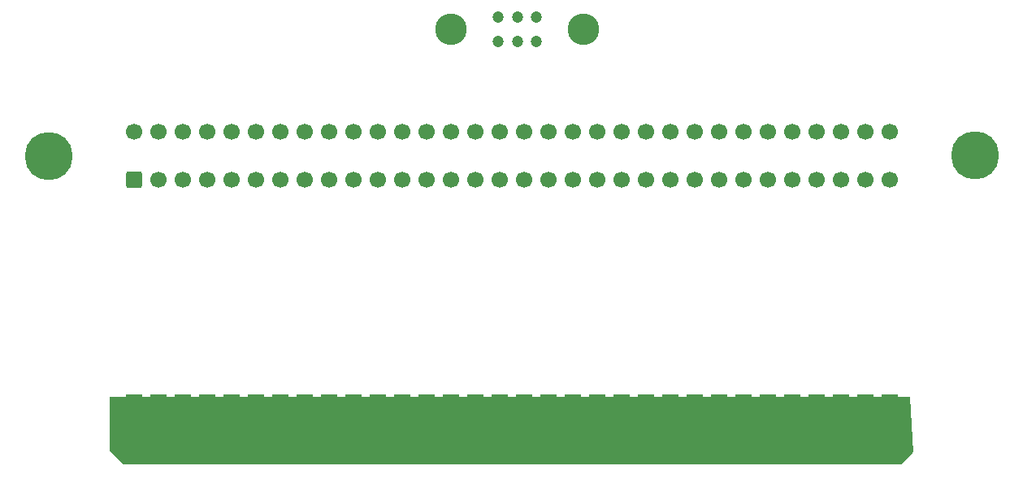
<source format=gbs>
G04 #@! TF.GenerationSoftware,KiCad,Pcbnew,9.0.5*
G04 #@! TF.CreationDate,2025-10-21T18:02:58+01:00*
G04 #@! TF.ProjectId,md-dumper-mega-tech-adapter,6d642d64-756d-4706-9572-2d6d6567612d,rev?*
G04 #@! TF.SameCoordinates,Original*
G04 #@! TF.FileFunction,Soldermask,Bot*
G04 #@! TF.FilePolarity,Negative*
%FSLAX46Y46*%
G04 Gerber Fmt 4.6, Leading zero omitted, Abs format (unit mm)*
G04 Created by KiCad (PCBNEW 9.0.5) date 2025-10-21 18:02:58*
%MOMM*%
%LPD*%
G01*
G04 APERTURE LIST*
G04 Aperture macros list*
%AMRoundRect*
0 Rectangle with rounded corners*
0 $1 Rounding radius*
0 $2 $3 $4 $5 $6 $7 $8 $9 X,Y pos of 4 corners*
0 Add a 4 corners polygon primitive as box body*
4,1,4,$2,$3,$4,$5,$6,$7,$8,$9,$2,$3,0*
0 Add four circle primitives for the rounded corners*
1,1,$1+$1,$2,$3*
1,1,$1+$1,$4,$5*
1,1,$1+$1,$6,$7*
1,1,$1+$1,$8,$9*
0 Add four rect primitives between the rounded corners*
20,1,$1+$1,$2,$3,$4,$5,0*
20,1,$1+$1,$4,$5,$6,$7,0*
20,1,$1+$1,$6,$7,$8,$9,0*
20,1,$1+$1,$8,$9,$2,$3,0*%
G04 Aperture macros list end*
%ADD10C,1.700000*%
%ADD11RoundRect,0.250000X0.600000X-0.600000X0.600000X0.600000X-0.600000X0.600000X-0.600000X-0.600000X0*%
%ADD12C,5.000000*%
%ADD13R,1.778000X6.985000*%
%ADD14C,1.200000*%
%ADD15C,3.290000*%
G04 APERTURE END LIST*
D10*
X106670000Y-95675000D03*
X109210000Y-95675000D03*
X111750000Y-95675000D03*
X114290000Y-95675000D03*
X116830000Y-95675000D03*
X119370000Y-95675000D03*
X121910000Y-95675000D03*
X124450000Y-95675000D03*
X126990000Y-95675000D03*
X129530000Y-95675000D03*
X132070000Y-95675000D03*
X134610000Y-95675000D03*
X137150000Y-95675000D03*
X139690000Y-95675000D03*
X142230000Y-95675000D03*
X144770000Y-95675000D03*
X147310000Y-95675000D03*
X149850000Y-95675000D03*
X152390000Y-95675000D03*
X154930000Y-95675000D03*
X157470000Y-95675000D03*
X160010000Y-95675000D03*
X162550000Y-95675000D03*
X165090000Y-95675000D03*
X167630000Y-95675000D03*
X170170000Y-95675000D03*
X172710000Y-95675000D03*
X175250000Y-95675000D03*
X177790000Y-95675000D03*
X180330000Y-95675000D03*
X182870000Y-95675000D03*
X185410000Y-95675000D03*
D11*
X106670000Y-100675000D03*
D10*
X109210000Y-100675000D03*
X111750000Y-100675000D03*
X114290000Y-100675000D03*
X116830000Y-100675000D03*
X119370000Y-100675000D03*
X121910000Y-100675000D03*
X124450000Y-100675000D03*
X126990000Y-100675000D03*
X129530000Y-100675000D03*
X132070000Y-100675000D03*
X134610000Y-100675000D03*
X137150000Y-100675000D03*
X139690000Y-100675000D03*
X142230000Y-100675000D03*
X144770000Y-100675000D03*
X147310000Y-100675000D03*
X149850000Y-100675000D03*
X152390000Y-100675000D03*
X154930000Y-100675000D03*
X157470000Y-100675000D03*
X160010000Y-100675000D03*
X162550000Y-100675000D03*
X165090000Y-100675000D03*
X167630000Y-100675000D03*
X170170000Y-100675000D03*
X172710000Y-100675000D03*
X175250000Y-100675000D03*
X177790000Y-100675000D03*
X180330000Y-100675000D03*
X182870000Y-100675000D03*
X185410000Y-100675000D03*
D12*
X97730000Y-98175000D03*
X194295000Y-98140000D03*
D13*
X106680000Y-126492000D03*
X109220000Y-126492000D03*
X111760000Y-126492000D03*
X114300000Y-126492000D03*
X116840000Y-126492000D03*
X119380000Y-126492000D03*
X121920000Y-126492000D03*
X124460000Y-126492000D03*
X127000000Y-126492000D03*
X129540000Y-126492000D03*
X132080000Y-126492000D03*
X134620000Y-126492000D03*
X137160000Y-126492000D03*
X139700000Y-126492000D03*
X142240000Y-126492000D03*
X144780000Y-126492000D03*
X147320000Y-126492000D03*
X149860000Y-126492000D03*
X152400000Y-126492000D03*
X154940000Y-126492000D03*
X157480000Y-126492000D03*
X160020000Y-126492000D03*
X162560000Y-126492000D03*
X165100000Y-126492000D03*
X167640000Y-126492000D03*
X170180000Y-126492000D03*
X172720000Y-126492000D03*
X175260000Y-126492000D03*
X177800000Y-126492000D03*
X180340000Y-126492000D03*
X182880000Y-126492000D03*
X185420000Y-126492000D03*
D14*
X148600000Y-83750000D03*
X146600000Y-83750000D03*
X144600000Y-83750000D03*
X148600000Y-86250000D03*
X146600000Y-86250000D03*
X144600000Y-86250000D03*
D15*
X153500000Y-85000000D03*
X139700000Y-85000000D03*
G36*
X187439816Y-123244046D02*
G01*
X187486317Y-123297695D01*
X187497507Y-123342885D01*
X187819121Y-128986568D01*
X187803027Y-129055717D01*
X187782484Y-129082769D01*
X186601915Y-130265032D01*
X186539627Y-130299101D01*
X186512756Y-130302000D01*
X105589190Y-130302000D01*
X105521069Y-130281998D01*
X105500095Y-130265095D01*
X104176905Y-128941905D01*
X104142879Y-128879593D01*
X104140000Y-128852810D01*
X104140000Y-123362138D01*
X104160002Y-123294017D01*
X104213658Y-123247524D01*
X104265982Y-123236138D01*
X187371693Y-123224054D01*
X187439816Y-123244046D01*
G37*
M02*

</source>
